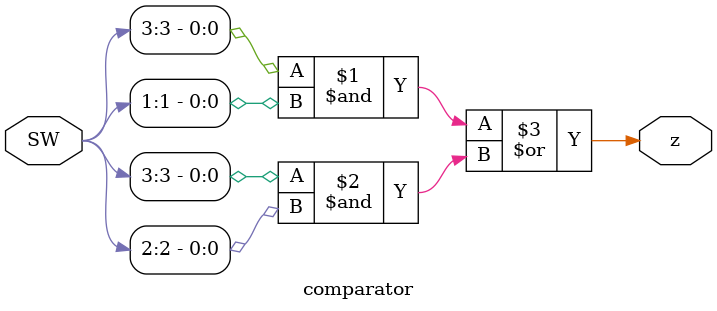
<source format=v>
module comparator (
    input [3:0] SW,      // 4-bit switch input
    output z             // Comparator output (1 if SW >= 10)
);
	    // The comparator checks if the input SW is greater than or equal to 10 (binary 1010)
		// If SW >= 10, the output z is set to 1, otherwise it is 0
    assign z = (SW[3] & SW[1]) | (SW[3] & SW[2]);

endmodule

</source>
